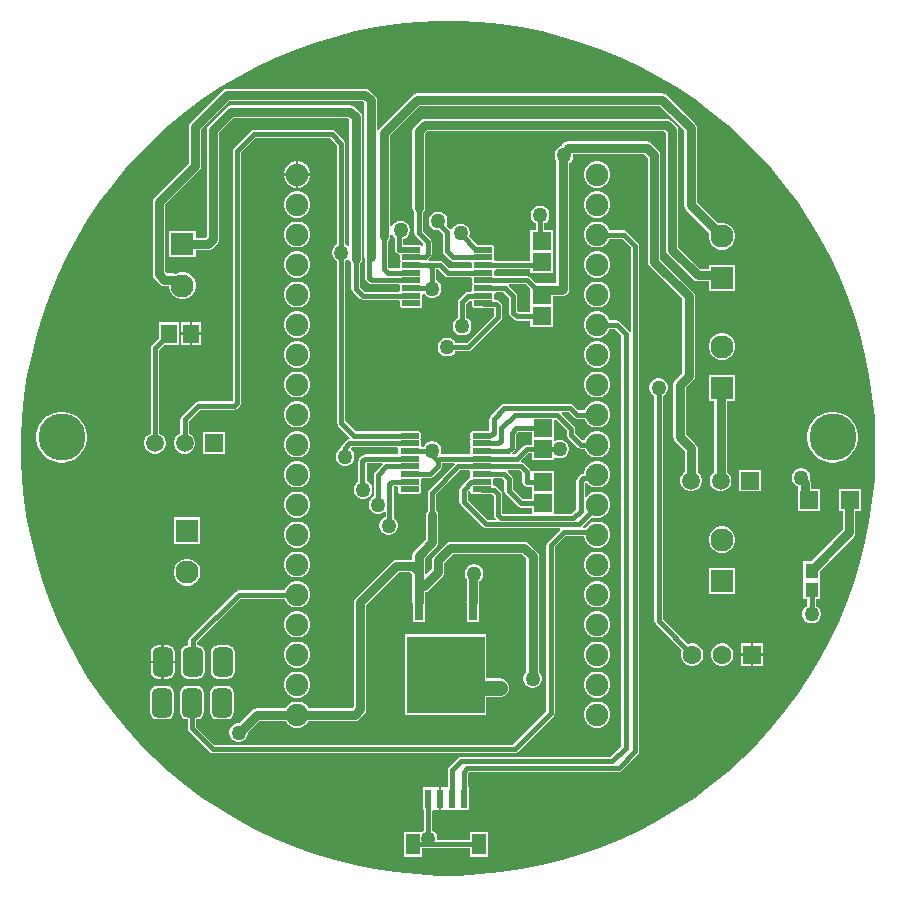
<source format=gtl>
G04*
G04 #@! TF.GenerationSoftware,Altium Limited,Altium Designer,22.0.2 (36)*
G04*
G04 Layer_Physical_Order=1*
G04 Layer_Color=255*
%FSLAX23Y23*%
%MOIN*%
G70*
G04*
G04 #@! TF.SameCoordinates,F56BB060-458F-4204-93A6-019121B336C4*
G04*
G04*
G04 #@! TF.FilePolarity,Positive*
G04*
G01*
G75*
%ADD18R,0.059X0.059*%
%ADD19R,0.044X0.049*%
G04:AMPARAMS|DCode=20|XSize=18mil|YSize=63mil|CornerRadius=2mil|HoleSize=0mil|Usage=FLASHONLY|Rotation=90.000|XOffset=0mil|YOffset=0mil|HoleType=Round|Shape=RoundedRectangle|*
%AMROUNDEDRECTD20*
21,1,0.018,0.059,0,0,90.0*
21,1,0.014,0.063,0,0,90.0*
1,1,0.004,0.030,0.007*
1,1,0.004,0.030,-0.007*
1,1,0.004,-0.030,-0.007*
1,1,0.004,-0.030,0.007*
%
%ADD20ROUNDEDRECTD20*%
%ADD21R,0.055X0.061*%
%ADD22R,0.028X0.120*%
%ADD23R,0.260X0.257*%
%ADD24R,0.061X0.059*%
%ADD25R,0.061X0.061*%
%ADD26R,0.024X0.061*%
%ADD27R,0.047X0.071*%
%ADD44C,0.015*%
%ADD45C,0.030*%
%ADD46C,0.050*%
%ADD47C,0.059*%
%ADD48C,0.077*%
%ADD49R,0.077X0.077*%
G04:AMPARAMS|DCode=50|XSize=67mil|YSize=98mil|CornerRadius=17mil|HoleSize=0mil|Usage=FLASHONLY|Rotation=180.000|XOffset=0mil|YOffset=0mil|HoleType=Round|Shape=RoundedRectangle|*
%AMROUNDEDRECTD50*
21,1,0.067,0.065,0,0,180.0*
21,1,0.033,0.098,0,0,180.0*
1,1,0.033,-0.017,0.032*
1,1,0.033,0.017,0.032*
1,1,0.033,0.017,-0.032*
1,1,0.033,-0.017,-0.032*
%
%ADD50ROUNDEDRECTD50*%
%ADD51R,0.063X0.063*%
%ADD52C,0.063*%
%ADD53C,0.157*%
%ADD54C,0.075*%
%ADD55C,0.050*%
G36*
X2624Y3303D02*
X2694Y3296D01*
X2763Y3286D01*
X2832Y3272D01*
X2899Y3255D01*
X2966Y3235D01*
X3032Y3211D01*
X3097Y3184D01*
X3160Y3154D01*
X3222Y3121D01*
X3282Y3086D01*
X3340Y3047D01*
X3396Y3005D01*
X3450Y2961D01*
X3502Y2914D01*
X3551Y2864D01*
X3598Y2812D01*
X3642Y2758D01*
X3684Y2702D01*
X3723Y2644D01*
X3759Y2584D01*
X3792Y2523D01*
X3822Y2459D01*
X3848Y2395D01*
X3872Y2329D01*
X3892Y2262D01*
X3909Y2194D01*
X3923Y2126D01*
X3933Y2057D01*
X3940Y1987D01*
X3943Y1917D01*
Y1882D01*
Y1847D01*
X3940Y1777D01*
X3933Y1708D01*
X3923Y1639D01*
X3909Y1570D01*
X3892Y1502D01*
X3872Y1435D01*
X3848Y1370D01*
X3822Y1305D01*
X3792Y1242D01*
X3759Y1180D01*
X3723Y1120D01*
X3684Y1062D01*
X3642Y1006D01*
X3598Y952D01*
X3551Y900D01*
X3502Y851D01*
X3450Y804D01*
X3396Y759D01*
X3340Y718D01*
X3282Y679D01*
X3222Y643D01*
X3160Y610D01*
X3097Y580D01*
X3032Y553D01*
X2966Y530D01*
X2899Y509D01*
X2832Y492D01*
X2763Y479D01*
X2694Y469D01*
X2624Y462D01*
X2554Y458D01*
X2485D01*
X2415Y462D01*
X2345Y469D01*
X2276Y479D01*
X2207Y492D01*
X2140Y509D01*
X2073Y530D01*
X2007Y553D01*
X1942Y580D01*
X1879Y610D01*
X1817Y643D01*
X1757Y679D01*
X1699Y718D01*
X1643Y759D01*
X1589Y804D01*
X1537Y851D01*
X1488Y900D01*
X1441Y952D01*
X1397Y1006D01*
X1355Y1062D01*
X1316Y1120D01*
X1280Y1180D01*
X1247Y1242D01*
X1217Y1305D01*
X1191Y1370D01*
X1167Y1435D01*
X1147Y1502D01*
X1130Y1570D01*
X1116Y1639D01*
X1106Y1708D01*
X1099Y1777D01*
X1096Y1847D01*
Y1882D01*
Y1917D01*
X1099Y1987D01*
X1106Y2057D01*
X1116Y2126D01*
X1130Y2194D01*
X1147Y2262D01*
X1167Y2329D01*
X1191Y2395D01*
X1217Y2459D01*
X1247Y2523D01*
X1280Y2584D01*
X1316Y2644D01*
X1355Y2702D01*
X1397Y2758D01*
X1441Y2812D01*
X1488Y2864D01*
X1537Y2914D01*
X1589Y2961D01*
X1643Y3005D01*
X1699Y3047D01*
X1757Y3086D01*
X1817Y3121D01*
X1879Y3154D01*
X1942Y3184D01*
X2007Y3211D01*
X2073Y3235D01*
X2140Y3255D01*
X2207Y3272D01*
X2276Y3286D01*
X2345Y3296D01*
X2415Y3303D01*
X2485Y3306D01*
X2554D01*
X2624Y3303D01*
D02*
G37*
%LPC*%
G36*
X2021Y2839D02*
X2019D01*
Y2799D01*
X2059D01*
Y2801D01*
X2056Y2812D01*
X2050Y2822D01*
X2042Y2830D01*
X2032Y2836D01*
X2021Y2839D01*
D02*
G37*
G36*
X2011D02*
X2009D01*
X1998Y2836D01*
X1988Y2830D01*
X1980Y2822D01*
X1974Y2812D01*
X1972Y2801D01*
Y2799D01*
X2011D01*
Y2839D01*
D02*
G37*
G36*
X3021D02*
X3009D01*
X2998Y2836D01*
X2988Y2830D01*
X2980Y2822D01*
X2974Y2812D01*
X2971Y2801D01*
Y2789D01*
X2974Y2778D01*
X2980Y2768D01*
X2988Y2760D01*
X2998Y2754D01*
X3009Y2751D01*
X3021D01*
X3032Y2754D01*
X3042Y2760D01*
X3050Y2768D01*
X3056Y2778D01*
X3059Y2789D01*
Y2801D01*
X3056Y2812D01*
X3050Y2822D01*
X3042Y2830D01*
X3032Y2836D01*
X3021Y2839D01*
D02*
G37*
G36*
X2059Y2791D02*
X2019D01*
Y2751D01*
X2021D01*
X2032Y2754D01*
X2042Y2760D01*
X2050Y2768D01*
X2056Y2778D01*
X2059Y2789D01*
Y2791D01*
D02*
G37*
G36*
X2011D02*
X1972D01*
Y2789D01*
X1974Y2778D01*
X1980Y2768D01*
X1988Y2760D01*
X1998Y2754D01*
X2009Y2751D01*
X2011D01*
Y2791D01*
D02*
G37*
G36*
X3021Y2739D02*
X3009D01*
X2998Y2736D01*
X2988Y2730D01*
X2980Y2722D01*
X2974Y2712D01*
X2971Y2701D01*
Y2689D01*
X2974Y2678D01*
X2980Y2668D01*
X2988Y2660D01*
X2998Y2654D01*
X3009Y2651D01*
X3021D01*
X3032Y2654D01*
X3042Y2660D01*
X3050Y2668D01*
X3056Y2678D01*
X3059Y2689D01*
Y2701D01*
X3056Y2712D01*
X3050Y2722D01*
X3042Y2730D01*
X3032Y2736D01*
X3021Y2739D01*
D02*
G37*
G36*
X2021D02*
X2009D01*
X1998Y2736D01*
X1988Y2730D01*
X1980Y2722D01*
X1974Y2712D01*
X1972Y2701D01*
Y2689D01*
X1974Y2678D01*
X1980Y2668D01*
X1988Y2660D01*
X1998Y2654D01*
X2009Y2651D01*
X2021D01*
X2032Y2654D01*
X2042Y2660D01*
X2050Y2668D01*
X2056Y2678D01*
X2059Y2689D01*
Y2701D01*
X2056Y2712D01*
X2050Y2722D01*
X2042Y2730D01*
X2032Y2736D01*
X2021Y2739D01*
D02*
G37*
G36*
Y2638D02*
X2009D01*
X1998Y2636D01*
X1988Y2630D01*
X1980Y2622D01*
X1974Y2612D01*
X1972Y2601D01*
Y2589D01*
X1974Y2578D01*
X1980Y2568D01*
X1988Y2560D01*
X1998Y2554D01*
X2009Y2552D01*
X2021D01*
X2032Y2554D01*
X2042Y2560D01*
X2050Y2568D01*
X2056Y2578D01*
X2059Y2589D01*
Y2601D01*
X2056Y2612D01*
X2050Y2622D01*
X2042Y2630D01*
X2032Y2636D01*
X2021Y2638D01*
D02*
G37*
G36*
X3021Y2539D02*
X3009D01*
X2998Y2536D01*
X2988Y2530D01*
X2980Y2522D01*
X2974Y2512D01*
X2971Y2501D01*
Y2489D01*
X2974Y2478D01*
X2980Y2468D01*
X2988Y2460D01*
X2998Y2454D01*
X3009Y2451D01*
X3021D01*
X3032Y2454D01*
X3042Y2460D01*
X3050Y2468D01*
X3056Y2478D01*
X3059Y2489D01*
Y2501D01*
X3056Y2512D01*
X3050Y2522D01*
X3042Y2530D01*
X3032Y2536D01*
X3021Y2539D01*
D02*
G37*
G36*
X2021D02*
X2009D01*
X1998Y2536D01*
X1988Y2530D01*
X1980Y2522D01*
X1974Y2512D01*
X1972Y2501D01*
Y2489D01*
X1974Y2478D01*
X1980Y2468D01*
X1988Y2460D01*
X1998Y2454D01*
X2009Y2451D01*
X2021D01*
X2032Y2454D01*
X2042Y2460D01*
X2050Y2468D01*
X2056Y2478D01*
X2059Y2489D01*
Y2501D01*
X2056Y2512D01*
X2050Y2522D01*
X2042Y2530D01*
X2032Y2536D01*
X2021Y2539D01*
D02*
G37*
G36*
X2242Y3081D02*
X1780D01*
X1772Y3080D01*
X1765Y3075D01*
X1660Y2970D01*
X1655Y2963D01*
X1654Y2955D01*
Y2834D01*
X1540Y2720D01*
X1535Y2713D01*
X1534Y2705D01*
Y2463D01*
X1535Y2454D01*
X1540Y2447D01*
X1557Y2430D01*
X1564Y2425D01*
X1573Y2424D01*
X1589D01*
Y2420D01*
X1592Y2408D01*
X1598Y2398D01*
X1606Y2390D01*
X1616Y2384D01*
X1627Y2381D01*
X1639D01*
X1650Y2384D01*
X1660Y2390D01*
X1669Y2398D01*
X1675Y2408D01*
X1678Y2420D01*
Y2431D01*
X1675Y2442D01*
X1669Y2453D01*
X1660Y2461D01*
X1650Y2467D01*
X1639Y2470D01*
X1627D01*
X1616Y2467D01*
X1611Y2464D01*
X1609Y2465D01*
X1601Y2466D01*
X1581D01*
X1576Y2471D01*
Y2696D01*
X1690Y2810D01*
X1695Y2817D01*
X1696Y2825D01*
Y2946D01*
X1789Y3039D01*
X2234D01*
X2239Y3034D01*
Y2520D01*
X2240Y2512D01*
X2241Y2510D01*
Y2451D01*
X2242Y2446D01*
X2245Y2441D01*
X2254Y2433D01*
X2259Y2430D01*
X2264Y2429D01*
X2354D01*
X2357Y2424D01*
Y2410D01*
X2354Y2405D01*
X2239D01*
X2235Y2410D01*
X2235Y2410D01*
X2224Y2421D01*
Y2499D01*
X2225Y2500D01*
X2230Y2507D01*
X2231Y2515D01*
Y2987D01*
X2230Y2996D01*
X2225Y3003D01*
X2208Y3020D01*
X2201Y3025D01*
X2192Y3026D01*
X1795D01*
X1787Y3025D01*
X1780Y3020D01*
X1720Y2960D01*
X1715Y2953D01*
X1714Y2945D01*
Y2590D01*
X1709Y2585D01*
X1678D01*
Y2608D01*
X1589D01*
Y2519D01*
X1678D01*
Y2542D01*
X1717D01*
X1726Y2543D01*
X1733Y2548D01*
X1750Y2566D01*
X1755Y2573D01*
X1756Y2581D01*
Y2936D01*
X1804Y2984D01*
X2184D01*
X2189Y2979D01*
Y2560D01*
X2184Y2558D01*
X2182Y2560D01*
X2176Y2563D01*
Y2897D01*
X2176Y2898D01*
X2175Y2903D01*
X2172Y2907D01*
X2140Y2940D01*
X2135Y2943D01*
X2130Y2944D01*
X1870D01*
X1865Y2943D01*
X1860Y2940D01*
X1860Y2940D01*
X1805Y2885D01*
X1802Y2880D01*
X1801Y2875D01*
Y2039D01*
X1801Y2039D01*
X1685D01*
X1680Y2038D01*
X1675Y2035D01*
X1630Y1990D01*
X1627Y1985D01*
X1626Y1980D01*
Y1933D01*
X1618Y1928D01*
X1612Y1922D01*
X1607Y1914D01*
X1604Y1905D01*
Y1895D01*
X1607Y1886D01*
X1612Y1878D01*
X1618Y1872D01*
X1626Y1867D01*
X1635Y1864D01*
X1645D01*
X1654Y1867D01*
X1662Y1872D01*
X1668Y1878D01*
X1673Y1886D01*
X1676Y1895D01*
Y1905D01*
X1673Y1914D01*
X1668Y1922D01*
X1662Y1928D01*
X1654Y1933D01*
Y1974D01*
X1691Y2011D01*
X1806D01*
X1811Y2012D01*
X1816Y2015D01*
X1825Y2024D01*
X1828Y2029D01*
X1829Y2034D01*
Y2869D01*
X1876Y2916D01*
X2124D01*
X2149Y2892D01*
Y2563D01*
X2143Y2560D01*
X2138Y2554D01*
X2134Y2547D01*
X2132Y2539D01*
Y2531D01*
X2134Y2523D01*
X2138Y2516D01*
X2143Y2510D01*
X2149Y2507D01*
Y1967D01*
X2150Y1962D01*
X2153Y1958D01*
X2192Y1918D01*
X2190Y1913D01*
X2189D01*
X2184Y1912D01*
X2180Y1909D01*
X2165Y1895D01*
X2162Y1890D01*
X2161Y1885D01*
Y1883D01*
X2156Y1880D01*
X2150Y1874D01*
X2146Y1867D01*
X2144Y1859D01*
Y1851D01*
X2146Y1843D01*
X2150Y1836D01*
X2156Y1830D01*
X2163Y1826D01*
X2171Y1824D01*
X2179D01*
X2187Y1826D01*
X2194Y1830D01*
X2200Y1836D01*
X2204Y1843D01*
X2206Y1851D01*
Y1859D01*
X2204Y1867D01*
X2200Y1874D01*
X2194Y1880D01*
X2194Y1881D01*
X2198Y1886D01*
X2349D01*
X2352Y1881D01*
Y1867D01*
X2349Y1862D01*
X2242D01*
X2237Y1861D01*
X2232Y1858D01*
X2223Y1849D01*
X2220Y1845D01*
X2219Y1839D01*
Y1772D01*
X2216Y1770D01*
X2210Y1764D01*
X2206Y1757D01*
X2204Y1749D01*
Y1741D01*
X2206Y1733D01*
X2210Y1726D01*
X2216Y1720D01*
X2223Y1716D01*
X2231Y1714D01*
X2239D01*
X2247Y1716D01*
X2254Y1720D01*
X2260Y1726D01*
X2264Y1733D01*
X2266Y1741D01*
Y1749D01*
X2264Y1757D01*
X2260Y1764D01*
X2254Y1770D01*
X2247Y1774D01*
X2247Y1774D01*
Y1834D01*
X2247Y1834D01*
X2298D01*
X2300Y1829D01*
X2275Y1805D01*
X2272Y1800D01*
X2271Y1795D01*
Y1723D01*
X2266Y1720D01*
X2260Y1714D01*
X2256Y1707D01*
X2254Y1699D01*
Y1691D01*
X2256Y1683D01*
X2260Y1676D01*
X2266Y1670D01*
X2273Y1666D01*
X2281Y1664D01*
X2289D01*
X2297Y1666D01*
X2304Y1670D01*
X2305Y1671D01*
X2310Y1669D01*
Y1654D01*
X2308Y1654D01*
X2301Y1650D01*
X2295Y1644D01*
X2291Y1637D01*
X2289Y1629D01*
Y1621D01*
X2291Y1613D01*
X2295Y1606D01*
X2301Y1600D01*
X2308Y1596D01*
X2316Y1594D01*
X2324D01*
X2332Y1596D01*
X2339Y1600D01*
X2345Y1606D01*
X2349Y1613D01*
X2351Y1621D01*
Y1629D01*
X2349Y1637D01*
X2345Y1644D01*
X2339Y1650D01*
X2337Y1651D01*
Y1757D01*
X2338Y1758D01*
X2349D01*
X2352Y1753D01*
Y1739D01*
X2353Y1736D01*
X2355Y1733D01*
X2357Y1731D01*
X2360Y1731D01*
X2420D01*
X2423Y1731D01*
X2425Y1733D01*
X2427Y1736D01*
X2428Y1739D01*
Y1753D01*
X2427Y1756D01*
X2425Y1759D01*
X2427Y1761D01*
X2428Y1765D01*
Y1778D01*
X2431Y1783D01*
X2457D01*
X2462Y1784D01*
X2467Y1787D01*
X2495Y1815D01*
X2498Y1820D01*
X2499Y1825D01*
Y1834D01*
X2538D01*
X2540Y1829D01*
X2455Y1745D01*
X2452Y1740D01*
X2451Y1735D01*
Y1676D01*
X2450Y1675D01*
X2445Y1668D01*
X2444Y1660D01*
Y1579D01*
X2405Y1540D01*
X2400Y1533D01*
X2399Y1525D01*
Y1511D01*
X2345D01*
X2337Y1510D01*
X2330Y1505D01*
X2210Y1385D01*
X2205Y1378D01*
X2204Y1370D01*
Y1021D01*
X2199Y1016D01*
X2053D01*
X2050Y1022D01*
X2042Y1030D01*
X2032Y1036D01*
X2021Y1038D01*
X2009D01*
X1998Y1036D01*
X1988Y1030D01*
X1980Y1022D01*
X1977Y1016D01*
X1880D01*
X1872Y1015D01*
X1865Y1010D01*
X1821Y966D01*
X1816D01*
X1808Y964D01*
X1801Y960D01*
X1795Y954D01*
X1791Y947D01*
X1789Y939D01*
Y931D01*
X1791Y923D01*
X1795Y916D01*
X1801Y910D01*
X1808Y906D01*
X1816Y904D01*
X1824D01*
X1832Y906D01*
X1839Y910D01*
X1845Y916D01*
X1849Y923D01*
X1851Y931D01*
Y936D01*
X1889Y974D01*
X1977D01*
X1980Y968D01*
X1988Y960D01*
X1998Y954D01*
X2009Y951D01*
X2021D01*
X2032Y954D01*
X2042Y960D01*
X2050Y968D01*
X2053Y974D01*
X2207D01*
X2216Y975D01*
X2223Y980D01*
X2240Y997D01*
X2245Y1004D01*
X2246Y1013D01*
Y1361D01*
X2354Y1469D01*
X2391D01*
X2399Y1461D01*
Y1414D01*
Y1370D01*
X2400Y1363D01*
Y1304D01*
X2440D01*
Y1363D01*
X2441Y1370D01*
Y1404D01*
X2447Y1405D01*
X2454Y1410D01*
X2500Y1456D01*
X2505Y1463D01*
X2506Y1471D01*
Y1501D01*
X2534Y1529D01*
X2764D01*
X2779Y1514D01*
Y1137D01*
X2775Y1134D01*
X2771Y1127D01*
X2769Y1119D01*
Y1111D01*
X2771Y1103D01*
X2775Y1096D01*
X2781Y1090D01*
X2788Y1086D01*
X2796Y1084D01*
X2804D01*
X2812Y1086D01*
X2819Y1090D01*
X2825Y1096D01*
X2829Y1103D01*
X2831Y1111D01*
Y1119D01*
X2829Y1127D01*
X2825Y1134D01*
X2821Y1137D01*
Y1522D01*
X2820Y1531D01*
X2815Y1538D01*
X2788Y1565D01*
X2781Y1570D01*
X2772Y1571D01*
X2525D01*
X2517Y1570D01*
X2510Y1565D01*
X2470Y1525D01*
X2465Y1518D01*
X2464Y1510D01*
Y1480D01*
X2446Y1463D01*
X2441Y1465D01*
Y1516D01*
X2480Y1555D01*
X2485Y1562D01*
X2486Y1570D01*
Y1660D01*
X2485Y1668D01*
X2480Y1675D01*
X2479Y1676D01*
Y1729D01*
X2558Y1809D01*
X2589D01*
X2593Y1804D01*
Y1790D01*
X2593Y1787D01*
X2592Y1784D01*
X2590Y1782D01*
X2586Y1780D01*
X2560Y1754D01*
X2557Y1749D01*
X2556Y1744D01*
Y1705D01*
X2557Y1700D01*
X2560Y1695D01*
X2635Y1620D01*
X2640Y1617D01*
X2645Y1616D01*
X2890D01*
X2892Y1611D01*
X2850Y1570D01*
X2847Y1565D01*
X2846Y1560D01*
Y1006D01*
X2734Y894D01*
X1739D01*
X1679Y954D01*
Y979D01*
X1682D01*
X1691Y981D01*
X1698Y986D01*
X1703Y994D01*
X1705Y1003D01*
Y1067D01*
X1703Y1076D01*
X1698Y1084D01*
X1691Y1089D01*
X1682Y1091D01*
X1648D01*
X1639Y1089D01*
X1632Y1084D01*
X1627Y1076D01*
X1625Y1067D01*
Y1003D01*
X1627Y994D01*
X1632Y986D01*
X1639Y981D01*
X1648Y979D01*
X1651D01*
Y949D01*
X1652Y944D01*
X1655Y939D01*
X1724Y870D01*
X1729Y867D01*
X1734Y866D01*
X2740D01*
X2745Y867D01*
X2750Y870D01*
X2870Y990D01*
X2873Y995D01*
X2874Y1000D01*
Y1554D01*
X2909Y1590D01*
X2971D01*
Y1589D01*
X2974Y1578D01*
X2980Y1568D01*
X2988Y1560D01*
X2998Y1554D01*
X3009Y1551D01*
X3021D01*
X3032Y1554D01*
X3042Y1560D01*
X3050Y1568D01*
X3056Y1578D01*
X3059Y1589D01*
Y1601D01*
X3056Y1612D01*
X3050Y1622D01*
X3042Y1630D01*
X3032Y1636D01*
X3021Y1638D01*
X3009D01*
X2998Y1636D01*
X2988Y1630D01*
X2980Y1622D01*
X2978Y1618D01*
X2969D01*
X2967Y1623D01*
X2999Y1654D01*
X3009Y1651D01*
X3021D01*
X3032Y1654D01*
X3042Y1660D01*
X3050Y1668D01*
X3056Y1678D01*
X3059Y1689D01*
Y1701D01*
X3056Y1712D01*
X3050Y1722D01*
X3042Y1730D01*
X3032Y1736D01*
X3021Y1738D01*
X3009D01*
X2998Y1736D01*
X2988Y1730D01*
X2980Y1722D01*
X2979Y1719D01*
X2974Y1721D01*
Y1769D01*
X2974Y1770D01*
X2979D01*
X2980Y1768D01*
X2988Y1760D01*
X2998Y1754D01*
X3009Y1752D01*
X3021D01*
X3032Y1754D01*
X3042Y1760D01*
X3050Y1768D01*
X3056Y1778D01*
X3059Y1789D01*
Y1801D01*
X3056Y1812D01*
X3050Y1822D01*
X3042Y1830D01*
X3032Y1836D01*
X3021Y1839D01*
X3009D01*
X2998Y1836D01*
X2988Y1830D01*
X2980Y1822D01*
X2974Y1812D01*
X2971Y1801D01*
Y1797D01*
X2969D01*
X2964Y1796D01*
X2959Y1793D01*
X2950Y1784D01*
X2947Y1780D01*
X2946Y1775D01*
Y1681D01*
X2930Y1665D01*
X2872D01*
Y1735D01*
Y1808D01*
X2798D01*
Y1807D01*
X2793Y1807D01*
X2793Y1811D01*
X2790Y1815D01*
X2772Y1832D01*
X2768Y1835D01*
X2763Y1836D01*
X2762Y1837D01*
X2761Y1841D01*
X2786Y1866D01*
X2798D01*
Y1844D01*
X2872D01*
Y1850D01*
X2876Y1852D01*
X2878Y1851D01*
X2886Y1849D01*
X2894D01*
X2902Y1851D01*
X2909Y1855D01*
X2915Y1861D01*
X2919Y1868D01*
X2921Y1876D01*
Y1884D01*
X2919Y1892D01*
X2915Y1899D01*
X2909Y1905D01*
X2902Y1909D01*
X2894Y1911D01*
X2886D01*
X2878Y1909D01*
X2876Y1908D01*
X2872Y1910D01*
Y1977D01*
X2877Y1979D01*
X2914Y1942D01*
Y1928D01*
X2915Y1922D01*
X2918Y1918D01*
X2945Y1890D01*
X2945Y1890D01*
X2950Y1885D01*
X2955Y1882D01*
X2960Y1881D01*
X2974D01*
X2974Y1878D01*
X2980Y1868D01*
X2988Y1860D01*
X2998Y1854D01*
X3009Y1852D01*
X3021D01*
X3032Y1854D01*
X3042Y1860D01*
X3050Y1868D01*
X3056Y1878D01*
X3059Y1889D01*
Y1901D01*
X3056Y1912D01*
X3050Y1922D01*
X3042Y1930D01*
X3032Y1936D01*
X3021Y1939D01*
X3009D01*
X2998Y1936D01*
X2988Y1930D01*
X2980Y1922D01*
X2974Y1912D01*
X2974Y1909D01*
X2966D01*
X2965Y1910D01*
X2965Y1910D01*
X2941Y1933D01*
Y1947D01*
X2940Y1953D01*
X2937Y1957D01*
X2937Y1957D01*
X2897Y1998D01*
X2899Y2002D01*
X2921D01*
X2938Y1985D01*
X2942Y1982D01*
X2947Y1981D01*
X2947Y1981D01*
X2974D01*
X2974Y1978D01*
X2980Y1968D01*
X2988Y1960D01*
X2998Y1954D01*
X3009Y1952D01*
X3021D01*
X3032Y1954D01*
X3042Y1960D01*
X3050Y1968D01*
X3056Y1978D01*
X3059Y1989D01*
Y2001D01*
X3056Y2012D01*
X3050Y2022D01*
X3042Y2030D01*
X3032Y2036D01*
X3021Y2039D01*
X3009D01*
X2998Y2036D01*
X2988Y2030D01*
X2980Y2022D01*
X2974Y2012D01*
X2974Y2009D01*
X2953D01*
X2936Y2026D01*
X2932Y2029D01*
X2926Y2030D01*
X2706D01*
X2701Y2029D01*
X2696Y2026D01*
X2660Y1990D01*
X2657Y1985D01*
X2656Y1980D01*
Y1941D01*
X2656Y1940D01*
X2632D01*
X2631Y1940D01*
X2601D01*
X2598Y1939D01*
X2595Y1938D01*
X2593Y1935D01*
X2593Y1932D01*
Y1918D01*
X2593Y1915D01*
X2595Y1912D01*
X2593Y1909D01*
X2593Y1906D01*
Y1893D01*
X2593Y1889D01*
X2595Y1887D01*
Y1886D01*
X2593Y1884D01*
X2593Y1881D01*
Y1867D01*
X2589Y1862D01*
X2499D01*
X2495Y1867D01*
X2496Y1871D01*
Y1879D01*
X2494Y1887D01*
X2490Y1894D01*
X2484Y1900D01*
X2477Y1904D01*
X2469Y1906D01*
X2461D01*
X2453Y1904D01*
X2446Y1900D01*
X2440Y1894D01*
X2436Y1888D01*
X2431D01*
X2428Y1893D01*
Y1906D01*
X2427Y1909D01*
X2425Y1912D01*
X2427Y1915D01*
X2428Y1918D01*
Y1932D01*
X2427Y1935D01*
X2425Y1938D01*
X2423Y1939D01*
X2420Y1940D01*
X2360D01*
X2357Y1939D01*
X2356Y1939D01*
X2211D01*
X2176Y1973D01*
Y2507D01*
X2182Y2510D01*
X2184Y2513D01*
X2189Y2511D01*
X2190Y2507D01*
X2195Y2500D01*
X2196Y2499D01*
Y2415D01*
X2197Y2410D01*
X2200Y2405D01*
X2215Y2390D01*
X2215Y2390D01*
X2224Y2381D01*
X2224Y2381D01*
X2229Y2379D01*
X2234Y2377D01*
X2354D01*
X2357Y2373D01*
Y2359D01*
X2358Y2356D01*
X2360Y2353D01*
X2362Y2351D01*
X2365Y2351D01*
X2425D01*
X2428Y2351D01*
X2430Y2353D01*
X2432Y2356D01*
X2433Y2359D01*
Y2373D01*
X2432Y2376D01*
X2430Y2378D01*
X2432Y2381D01*
X2433Y2384D01*
Y2393D01*
X2438Y2398D01*
X2439Y2398D01*
X2440Y2396D01*
X2446Y2390D01*
X2453Y2386D01*
X2461Y2384D01*
X2469D01*
X2477Y2386D01*
X2484Y2390D01*
X2490Y2396D01*
X2494Y2403D01*
X2496Y2411D01*
Y2419D01*
X2494Y2427D01*
X2490Y2434D01*
X2484Y2440D01*
X2479Y2443D01*
Y2480D01*
X2486D01*
X2500Y2465D01*
X2500Y2465D01*
X2507Y2458D01*
X2512Y2455D01*
X2517Y2454D01*
X2517Y2454D01*
X2594D01*
X2598Y2449D01*
Y2435D01*
X2598Y2432D01*
X2600Y2430D01*
Y2429D01*
X2598Y2427D01*
X2598Y2424D01*
Y2410D01*
X2594Y2405D01*
X2586D01*
X2586Y2405D01*
X2581Y2404D01*
X2576Y2401D01*
X2576Y2401D01*
X2555Y2380D01*
X2552Y2375D01*
X2551Y2370D01*
Y2318D01*
X2546Y2315D01*
X2540Y2309D01*
X2536Y2302D01*
X2534Y2294D01*
Y2286D01*
X2536Y2278D01*
X2540Y2271D01*
X2546Y2265D01*
X2553Y2261D01*
X2561Y2259D01*
X2569D01*
X2577Y2261D01*
X2584Y2265D01*
X2590Y2271D01*
X2594Y2278D01*
X2596Y2286D01*
Y2294D01*
X2594Y2302D01*
X2590Y2309D01*
X2584Y2315D01*
X2579Y2318D01*
Y2364D01*
X2590Y2375D01*
X2596Y2375D01*
X2598Y2373D01*
Y2359D01*
X2598Y2356D01*
X2600Y2353D01*
X2603Y2351D01*
X2606Y2351D01*
X2636D01*
X2637Y2351D01*
X2671D01*
Y2324D01*
X2581Y2234D01*
X2543D01*
X2540Y2239D01*
X2534Y2245D01*
X2527Y2249D01*
X2519Y2251D01*
X2511D01*
X2503Y2249D01*
X2496Y2245D01*
X2490Y2239D01*
X2486Y2232D01*
X2484Y2224D01*
Y2216D01*
X2486Y2208D01*
X2490Y2201D01*
X2496Y2195D01*
X2503Y2191D01*
X2511Y2189D01*
X2519D01*
X2527Y2191D01*
X2534Y2195D01*
X2540Y2201D01*
X2543Y2206D01*
X2586D01*
X2591Y2207D01*
X2596Y2210D01*
X2695Y2309D01*
X2695Y2309D01*
X2698Y2314D01*
X2699Y2319D01*
Y2356D01*
X2698Y2361D01*
X2695Y2366D01*
X2695Y2366D01*
X2687Y2374D01*
X2682Y2377D01*
X2677Y2378D01*
X2676D01*
X2675Y2379D01*
X2673Y2383D01*
X2673Y2384D01*
Y2398D01*
X2677Y2403D01*
X2702D01*
X2721Y2384D01*
Y2335D01*
X2722Y2330D01*
X2725Y2325D01*
X2738Y2312D01*
X2743Y2309D01*
X2748Y2308D01*
X2793D01*
Y2286D01*
X2867D01*
Y2358D01*
Y2389D01*
X2898D01*
X2906Y2391D01*
X2913Y2395D01*
X2915Y2397D01*
X2920Y2404D01*
X2921Y2413D01*
Y2834D01*
X2924Y2835D01*
X2930Y2841D01*
X2934Y2848D01*
X2936Y2856D01*
Y2864D01*
X3171D01*
X3184Y2851D01*
Y2505D01*
X3185Y2497D01*
X3190Y2490D01*
X3299Y2381D01*
Y2134D01*
X3275Y2110D01*
X3270Y2103D01*
X3269Y2095D01*
Y1920D01*
X3270Y1912D01*
X3275Y1905D01*
X3307Y1873D01*
Y1804D01*
X3306Y1803D01*
X3300Y1797D01*
X3295Y1789D01*
X3293Y1780D01*
Y1770D01*
X3295Y1761D01*
X3300Y1753D01*
X3306Y1747D01*
X3314Y1742D01*
X3323Y1739D01*
X3333D01*
X3342Y1742D01*
X3350Y1747D01*
X3357Y1753D01*
X3361Y1761D01*
X3364Y1770D01*
Y1780D01*
X3361Y1789D01*
X3357Y1797D01*
X3350Y1803D01*
X3350Y1804D01*
Y1882D01*
X3348Y1890D01*
X3343Y1897D01*
X3311Y1929D01*
Y2086D01*
X3335Y2110D01*
X3340Y2117D01*
X3341Y2125D01*
Y2390D01*
X3340Y2398D01*
X3335Y2405D01*
X3226Y2514D01*
Y2860D01*
X3225Y2868D01*
X3220Y2875D01*
X3195Y2900D01*
X3188Y2905D01*
X3180Y2906D01*
X2918D01*
X2909Y2905D01*
X2902Y2900D01*
X2898Y2893D01*
X2897Y2890D01*
X2893Y2889D01*
X2886Y2885D01*
X2880Y2879D01*
X2876Y2872D01*
X2874Y2864D01*
Y2856D01*
X2876Y2848D01*
X2879Y2844D01*
Y2432D01*
X2846D01*
X2843Y2432D01*
X2813D01*
X2792Y2452D01*
X2788Y2455D01*
X2783Y2456D01*
X2677D01*
X2673Y2461D01*
Y2475D01*
X2677Y2480D01*
X2793D01*
Y2468D01*
X2867D01*
Y2538D01*
Y2610D01*
X2839D01*
Y2632D01*
X2844Y2635D01*
X2850Y2641D01*
X2854Y2648D01*
X2856Y2656D01*
Y2664D01*
X2854Y2672D01*
X2850Y2679D01*
X2844Y2685D01*
X2837Y2689D01*
X2829Y2691D01*
X2821D01*
X2813Y2689D01*
X2806Y2685D01*
X2800Y2679D01*
X2796Y2672D01*
X2794Y2664D01*
Y2656D01*
X2796Y2648D01*
X2800Y2641D01*
X2806Y2635D01*
X2811Y2632D01*
Y2610D01*
X2793D01*
Y2538D01*
Y2507D01*
X2677D01*
X2673Y2512D01*
Y2526D01*
X2672Y2529D01*
X2671Y2532D01*
X2672Y2535D01*
X2673Y2538D01*
Y2552D01*
X2672Y2555D01*
X2670Y2557D01*
X2668Y2559D01*
X2665Y2560D01*
X2617D01*
X2589Y2588D01*
X2589Y2588D01*
X2591Y2596D01*
Y2604D01*
X2589Y2612D01*
X2585Y2619D01*
X2579Y2625D01*
X2572Y2629D01*
X2564Y2631D01*
X2556D01*
X2548Y2629D01*
X2541Y2625D01*
X2535Y2619D01*
X2531Y2612D01*
X2526Y2611D01*
X2525Y2613D01*
X2512Y2625D01*
X2514Y2628D01*
X2516Y2636D01*
Y2644D01*
X2514Y2652D01*
X2510Y2659D01*
X2504Y2665D01*
X2497Y2669D01*
X2489Y2671D01*
X2481D01*
X2473Y2669D01*
X2466Y2665D01*
X2460Y2659D01*
X2456Y2652D01*
X2454Y2644D01*
Y2636D01*
X2456Y2628D01*
X2460Y2621D01*
X2466Y2615D01*
X2473Y2611D01*
X2481Y2609D01*
X2489D01*
X2489Y2609D01*
X2501Y2597D01*
Y2540D01*
X2502Y2535D01*
X2505Y2530D01*
X2526Y2509D01*
X2531Y2506D01*
X2536Y2505D01*
X2594D01*
X2598Y2500D01*
Y2487D01*
X2594Y2482D01*
X2523D01*
X2520Y2485D01*
X2520Y2485D01*
X2501Y2503D01*
X2497Y2506D01*
X2491Y2507D01*
X2454D01*
X2452Y2512D01*
X2460Y2520D01*
X2460Y2520D01*
X2463Y2525D01*
X2464Y2530D01*
Y2570D01*
X2463Y2575D01*
X2460Y2580D01*
X2434Y2606D01*
Y2669D01*
X2435Y2670D01*
X2440Y2677D01*
X2441Y2685D01*
Y2931D01*
X2449Y2939D01*
X3239D01*
X3244Y2934D01*
Y2545D01*
X3245Y2537D01*
X3250Y2530D01*
X3335Y2445D01*
X3342Y2440D01*
X3350Y2439D01*
X3387D01*
Y2407D01*
X3476D01*
Y2495D01*
X3387D01*
Y2481D01*
X3359D01*
X3286Y2554D01*
Y2942D01*
X3285Y2951D01*
X3280Y2958D01*
X3263Y2975D01*
X3256Y2980D01*
X3247Y2981D01*
X2440D01*
X2432Y2980D01*
X2425Y2975D01*
X2405Y2955D01*
X2400Y2948D01*
X2399Y2940D01*
Y2685D01*
X2400Y2677D01*
X2405Y2670D01*
X2406Y2669D01*
Y2600D01*
X2407Y2595D01*
X2410Y2590D01*
X2436Y2564D01*
Y2557D01*
X2431Y2556D01*
X2430Y2557D01*
X2428Y2559D01*
X2425Y2560D01*
X2369D01*
Y2580D01*
X2372Y2581D01*
X2379Y2585D01*
X2385Y2591D01*
X2389Y2598D01*
X2391Y2606D01*
Y2614D01*
X2389Y2622D01*
X2385Y2629D01*
X2379Y2635D01*
X2372Y2639D01*
X2364Y2641D01*
X2356D01*
X2348Y2639D01*
X2341Y2635D01*
X2335Y2629D01*
X2334Y2627D01*
X2327Y2625D01*
X2326Y2625D01*
Y2926D01*
X2424Y3024D01*
X3224D01*
X3306Y2941D01*
Y2693D01*
X3308Y2685D01*
X3313Y2678D01*
X3389Y2601D01*
X3387Y2595D01*
Y2583D01*
X3390Y2572D01*
X3396Y2562D01*
X3405Y2553D01*
X3415Y2548D01*
X3426Y2545D01*
X3438D01*
X3449Y2548D01*
X3459Y2553D01*
X3467Y2562D01*
X3473Y2572D01*
X3476Y2583D01*
Y2595D01*
X3473Y2606D01*
X3467Y2616D01*
X3459Y2624D01*
X3449Y2630D01*
X3438Y2633D01*
X3426D01*
X3419Y2632D01*
X3349Y2702D01*
Y2950D01*
X3347Y2958D01*
X3343Y2965D01*
X3248Y3060D01*
X3241Y3065D01*
X3232Y3066D01*
X2415D01*
X2407Y3065D01*
X2400Y3060D01*
X2290Y2950D01*
X2286Y2945D01*
X2281Y2946D01*
Y3042D01*
X2280Y3051D01*
X2275Y3058D01*
X2258Y3075D01*
X2251Y3080D01*
X2242Y3081D01*
D02*
G37*
G36*
X3021Y2438D02*
X3009D01*
X2998Y2436D01*
X2988Y2430D01*
X2980Y2422D01*
X2974Y2412D01*
X2971Y2401D01*
Y2389D01*
X2974Y2378D01*
X2980Y2368D01*
X2988Y2360D01*
X2998Y2354D01*
X3009Y2352D01*
X3021D01*
X3032Y2354D01*
X3042Y2360D01*
X3050Y2368D01*
X3056Y2378D01*
X3059Y2389D01*
Y2401D01*
X3056Y2412D01*
X3050Y2422D01*
X3042Y2430D01*
X3032Y2436D01*
X3021Y2438D01*
D02*
G37*
G36*
X2021D02*
X2009D01*
X1998Y2436D01*
X1988Y2430D01*
X1980Y2422D01*
X1974Y2412D01*
X1972Y2401D01*
Y2389D01*
X1974Y2378D01*
X1980Y2368D01*
X1988Y2360D01*
X1998Y2354D01*
X2009Y2352D01*
X2021D01*
X2032Y2354D01*
X2042Y2360D01*
X2050Y2368D01*
X2056Y2378D01*
X2059Y2389D01*
Y2401D01*
X2056Y2412D01*
X2050Y2422D01*
X2042Y2430D01*
X2032Y2436D01*
X2021Y2438D01*
D02*
G37*
G36*
X1696Y2302D02*
X1666D01*
Y2269D01*
X1696D01*
Y2302D01*
D02*
G37*
G36*
X1658D02*
X1629D01*
Y2269D01*
X1658D01*
Y2302D01*
D02*
G37*
G36*
X3021Y2638D02*
X3009D01*
X2998Y2636D01*
X2988Y2630D01*
X2980Y2622D01*
X2974Y2612D01*
X2971Y2601D01*
Y2589D01*
X2974Y2578D01*
X2980Y2568D01*
X2988Y2560D01*
X2998Y2554D01*
X3009Y2552D01*
X3021D01*
X3032Y2554D01*
X3042Y2560D01*
X3050Y2568D01*
X3056Y2578D01*
X3056Y2581D01*
X3099D01*
X3128Y2552D01*
Y2269D01*
X3123Y2269D01*
X3123Y2270D01*
X3120Y2275D01*
X3090Y2305D01*
X3085Y2308D01*
X3080Y2309D01*
X3056D01*
X3056Y2312D01*
X3050Y2322D01*
X3042Y2330D01*
X3032Y2336D01*
X3021Y2339D01*
X3009D01*
X2998Y2336D01*
X2988Y2330D01*
X2980Y2322D01*
X2974Y2312D01*
X2971Y2301D01*
Y2289D01*
X2974Y2278D01*
X2980Y2268D01*
X2988Y2260D01*
X2998Y2254D01*
X3009Y2251D01*
X3021D01*
X3032Y2254D01*
X3042Y2260D01*
X3050Y2268D01*
X3056Y2278D01*
X3056Y2281D01*
X3074D01*
X3096Y2259D01*
Y891D01*
X3059Y854D01*
X2560D01*
X2555Y853D01*
X2550Y850D01*
X2521Y820D01*
X2518Y816D01*
X2517Y811D01*
Y755D01*
X2513Y752D01*
X2509D01*
X2508Y752D01*
X2495D01*
Y715D01*
Y678D01*
X2508D01*
X2509Y678D01*
X2513D01*
X2514Y678D01*
X2548D01*
Y678D01*
X2552D01*
Y678D01*
X2588D01*
Y752D01*
X2584D01*
Y799D01*
X2588Y804D01*
X3088D01*
X3093Y805D01*
X3097Y808D01*
X3152Y862D01*
X3155Y867D01*
X3156Y872D01*
Y2558D01*
X3156Y2558D01*
X3155Y2563D01*
X3152Y2568D01*
X3152Y2568D01*
X3115Y2605D01*
X3110Y2608D01*
X3105Y2609D01*
X3056D01*
X3056Y2612D01*
X3050Y2622D01*
X3042Y2630D01*
X3032Y2636D01*
X3021Y2638D01*
D02*
G37*
G36*
X2021Y2339D02*
X2009D01*
X1998Y2336D01*
X1988Y2330D01*
X1980Y2322D01*
X1974Y2312D01*
X1972Y2301D01*
Y2289D01*
X1974Y2278D01*
X1980Y2268D01*
X1988Y2260D01*
X1998Y2254D01*
X2009Y2251D01*
X2021D01*
X2032Y2254D01*
X2042Y2260D01*
X2050Y2268D01*
X2056Y2278D01*
X2059Y2289D01*
Y2301D01*
X2056Y2312D01*
X2050Y2322D01*
X2042Y2330D01*
X2032Y2336D01*
X2021Y2339D01*
D02*
G37*
G36*
X1696Y2261D02*
X1666D01*
Y2228D01*
X1696D01*
Y2261D01*
D02*
G37*
G36*
X1658D02*
X1629D01*
Y2228D01*
X1658D01*
Y2261D01*
D02*
G37*
G36*
X3438Y2266D02*
X3426D01*
X3415Y2263D01*
X3405Y2257D01*
X3396Y2249D01*
X3390Y2239D01*
X3387Y2227D01*
Y2216D01*
X3390Y2204D01*
X3396Y2194D01*
X3405Y2186D01*
X3415Y2180D01*
X3426Y2177D01*
X3438D01*
X3449Y2180D01*
X3459Y2186D01*
X3467Y2194D01*
X3473Y2204D01*
X3476Y2216D01*
Y2227D01*
X3473Y2239D01*
X3467Y2249D01*
X3459Y2257D01*
X3449Y2263D01*
X3438Y2266D01*
D02*
G37*
G36*
X3021Y2239D02*
X3009D01*
X2998Y2236D01*
X2988Y2230D01*
X2980Y2222D01*
X2974Y2212D01*
X2971Y2201D01*
Y2189D01*
X2974Y2178D01*
X2980Y2168D01*
X2988Y2160D01*
X2998Y2154D01*
X3009Y2151D01*
X3021D01*
X3032Y2154D01*
X3042Y2160D01*
X3050Y2168D01*
X3056Y2178D01*
X3059Y2189D01*
Y2201D01*
X3056Y2212D01*
X3050Y2222D01*
X3042Y2230D01*
X3032Y2236D01*
X3021Y2239D01*
D02*
G37*
G36*
X2021D02*
X2009D01*
X1998Y2236D01*
X1988Y2230D01*
X1980Y2222D01*
X1974Y2212D01*
X1972Y2201D01*
Y2189D01*
X1974Y2178D01*
X1980Y2168D01*
X1988Y2160D01*
X1998Y2154D01*
X2009Y2151D01*
X2021D01*
X2032Y2154D01*
X2042Y2160D01*
X2050Y2168D01*
X2056Y2178D01*
X2059Y2189D01*
Y2201D01*
X2056Y2212D01*
X2050Y2222D01*
X2042Y2230D01*
X2032Y2236D01*
X2021Y2239D01*
D02*
G37*
G36*
X3021Y2138D02*
X3009D01*
X2998Y2136D01*
X2988Y2130D01*
X2980Y2122D01*
X2974Y2112D01*
X2971Y2101D01*
Y2089D01*
X2974Y2078D01*
X2980Y2068D01*
X2988Y2060D01*
X2998Y2054D01*
X3009Y2052D01*
X3021D01*
X3032Y2054D01*
X3042Y2060D01*
X3050Y2068D01*
X3056Y2078D01*
X3059Y2089D01*
Y2101D01*
X3056Y2112D01*
X3050Y2122D01*
X3042Y2130D01*
X3032Y2136D01*
X3021Y2138D01*
D02*
G37*
G36*
X2021D02*
X2009D01*
X1998Y2136D01*
X1988Y2130D01*
X1980Y2122D01*
X1974Y2112D01*
X1972Y2101D01*
Y2089D01*
X1974Y2078D01*
X1980Y2068D01*
X1988Y2060D01*
X1998Y2054D01*
X2009Y2052D01*
X2021D01*
X2032Y2054D01*
X2042Y2060D01*
X2050Y2068D01*
X2056Y2078D01*
X2059Y2089D01*
Y2101D01*
X2056Y2112D01*
X2050Y2122D01*
X2042Y2130D01*
X2032Y2136D01*
X2021Y2138D01*
D02*
G37*
G36*
Y2039D02*
X2009D01*
X1998Y2036D01*
X1988Y2030D01*
X1980Y2022D01*
X1974Y2012D01*
X1972Y2001D01*
Y1989D01*
X1974Y1978D01*
X1980Y1968D01*
X1988Y1960D01*
X1998Y1954D01*
X2009Y1952D01*
X2021D01*
X2032Y1954D01*
X2042Y1960D01*
X2050Y1968D01*
X2056Y1978D01*
X2059Y1989D01*
Y2001D01*
X2056Y2012D01*
X2050Y2022D01*
X2042Y2030D01*
X2032Y2036D01*
X2021Y2039D01*
D02*
G37*
G36*
X1774Y1936D02*
X1703D01*
Y1864D01*
X1774D01*
Y1936D01*
D02*
G37*
G36*
X1621Y2302D02*
X1554D01*
Y2248D01*
X1532Y2226D01*
X1529Y2221D01*
X1528Y2216D01*
Y1933D01*
X1520Y1928D01*
X1513Y1922D01*
X1508Y1914D01*
X1506Y1905D01*
Y1895D01*
X1508Y1886D01*
X1513Y1878D01*
X1520Y1872D01*
X1528Y1867D01*
X1537Y1864D01*
X1546D01*
X1555Y1867D01*
X1563Y1872D01*
X1570Y1878D01*
X1575Y1886D01*
X1577Y1895D01*
Y1905D01*
X1575Y1914D01*
X1570Y1922D01*
X1563Y1928D01*
X1555Y1933D01*
Y2210D01*
X1574Y2228D01*
X1621D01*
Y2302D01*
D02*
G37*
G36*
X2021Y1939D02*
X2009D01*
X1998Y1936D01*
X1988Y1930D01*
X1980Y1922D01*
X1974Y1912D01*
X1972Y1901D01*
Y1889D01*
X1974Y1878D01*
X1980Y1868D01*
X1988Y1860D01*
X1998Y1854D01*
X2009Y1852D01*
X2021D01*
X2032Y1854D01*
X2042Y1860D01*
X2050Y1868D01*
X2056Y1878D01*
X2059Y1889D01*
Y1901D01*
X2056Y1912D01*
X2050Y1922D01*
X2042Y1930D01*
X2032Y1936D01*
X2021Y1939D01*
D02*
G37*
G36*
X3808Y2005D02*
X3792D01*
X3775Y2001D01*
X3760Y1995D01*
X3746Y1986D01*
X3734Y1974D01*
X3725Y1960D01*
X3719Y1945D01*
X3715Y1928D01*
Y1912D01*
X3719Y1895D01*
X3725Y1880D01*
X3734Y1866D01*
X3746Y1854D01*
X3760Y1845D01*
X3775Y1839D01*
X3792Y1835D01*
X3808D01*
X3825Y1839D01*
X3840Y1845D01*
X3854Y1854D01*
X3866Y1866D01*
X3875Y1880D01*
X3881Y1895D01*
X3885Y1912D01*
Y1928D01*
X3881Y1945D01*
X3875Y1960D01*
X3866Y1974D01*
X3854Y1986D01*
X3840Y1995D01*
X3825Y2001D01*
X3808Y2005D01*
D02*
G37*
G36*
X1238D02*
X1222D01*
X1205Y2001D01*
X1190Y1995D01*
X1176Y1986D01*
X1164Y1974D01*
X1155Y1960D01*
X1149Y1945D01*
X1145Y1928D01*
Y1912D01*
X1149Y1895D01*
X1155Y1880D01*
X1164Y1866D01*
X1176Y1854D01*
X1190Y1845D01*
X1205Y1839D01*
X1222Y1835D01*
X1238D01*
X1255Y1839D01*
X1270Y1845D01*
X1284Y1854D01*
X1296Y1866D01*
X1305Y1880D01*
X1311Y1895D01*
X1315Y1912D01*
Y1928D01*
X1311Y1945D01*
X1305Y1960D01*
X1296Y1974D01*
X1284Y1986D01*
X1270Y1995D01*
X1255Y2001D01*
X1238Y2005D01*
D02*
G37*
G36*
X2021Y1839D02*
X2009D01*
X1998Y1836D01*
X1988Y1830D01*
X1980Y1822D01*
X1974Y1812D01*
X1972Y1801D01*
Y1789D01*
X1974Y1778D01*
X1980Y1768D01*
X1988Y1760D01*
X1998Y1754D01*
X2009Y1752D01*
X2021D01*
X2032Y1754D01*
X2042Y1760D01*
X2050Y1768D01*
X2056Y1778D01*
X2059Y1789D01*
Y1801D01*
X2056Y1812D01*
X2050Y1822D01*
X2042Y1830D01*
X2032Y1836D01*
X2021Y1839D01*
D02*
G37*
G36*
X3561Y1811D02*
X3489D01*
Y1739D01*
X3561D01*
Y1811D01*
D02*
G37*
G36*
X3476Y2128D02*
X3387D01*
Y2039D01*
X3405D01*
Y1804D01*
X3405Y1803D01*
X3398Y1797D01*
X3393Y1789D01*
X3391Y1780D01*
Y1770D01*
X3393Y1761D01*
X3398Y1753D01*
X3405Y1747D01*
X3413Y1742D01*
X3422Y1739D01*
X3431D01*
X3440Y1742D01*
X3448Y1747D01*
X3455Y1753D01*
X3460Y1761D01*
X3462Y1770D01*
Y1780D01*
X3460Y1789D01*
X3455Y1797D01*
X3448Y1803D01*
X3448Y1804D01*
Y2039D01*
X3476D01*
Y2128D01*
D02*
G37*
G36*
X3699Y1816D02*
X3691D01*
X3683Y1814D01*
X3676Y1810D01*
X3670Y1804D01*
X3666Y1797D01*
X3664Y1789D01*
Y1781D01*
X3666Y1773D01*
X3670Y1766D01*
X3676Y1760D01*
X3683Y1756D01*
X3685Y1756D01*
Y1725D01*
X3686Y1722D01*
Y1674D01*
X3757D01*
Y1746D01*
X3728D01*
Y1768D01*
X3726Y1776D01*
X3725Y1778D01*
X3726Y1781D01*
Y1789D01*
X3724Y1797D01*
X3720Y1804D01*
X3714Y1810D01*
X3707Y1814D01*
X3699Y1816D01*
D02*
G37*
G36*
X2021Y1738D02*
X2009D01*
X1998Y1736D01*
X1988Y1730D01*
X1980Y1722D01*
X1974Y1712D01*
X1972Y1701D01*
Y1689D01*
X1974Y1678D01*
X1980Y1668D01*
X1988Y1660D01*
X1998Y1654D01*
X2009Y1651D01*
X2021D01*
X2032Y1654D01*
X2042Y1660D01*
X2050Y1668D01*
X2056Y1678D01*
X2059Y1689D01*
Y1701D01*
X2056Y1712D01*
X2050Y1722D01*
X2042Y1730D01*
X2032Y1736D01*
X2021Y1738D01*
D02*
G37*
G36*
X1693Y1652D02*
X1604D01*
Y1563D01*
X1693D01*
Y1652D01*
D02*
G37*
G36*
X2021Y1638D02*
X2009D01*
X1998Y1636D01*
X1988Y1630D01*
X1980Y1622D01*
X1974Y1612D01*
X1972Y1601D01*
Y1589D01*
X1974Y1578D01*
X1980Y1568D01*
X1988Y1560D01*
X1998Y1554D01*
X2009Y1551D01*
X2021D01*
X2032Y1554D01*
X2042Y1560D01*
X2050Y1568D01*
X2056Y1578D01*
X2059Y1589D01*
Y1601D01*
X2056Y1612D01*
X2050Y1622D01*
X2042Y1630D01*
X2032Y1636D01*
X2021Y1638D01*
D02*
G37*
G36*
X3438Y1622D02*
X3426D01*
X3415Y1619D01*
X3405Y1614D01*
X3396Y1605D01*
X3390Y1595D01*
X3387Y1584D01*
Y1572D01*
X3390Y1561D01*
X3396Y1551D01*
X3405Y1542D01*
X3415Y1537D01*
X3426Y1534D01*
X3438D01*
X3449Y1537D01*
X3459Y1542D01*
X3467Y1551D01*
X3473Y1561D01*
X3476Y1572D01*
Y1584D01*
X3473Y1595D01*
X3467Y1605D01*
X3459Y1614D01*
X3449Y1619D01*
X3438Y1622D01*
D02*
G37*
G36*
X3021Y1538D02*
X3009D01*
X2998Y1536D01*
X2988Y1530D01*
X2980Y1522D01*
X2974Y1512D01*
X2971Y1501D01*
Y1489D01*
X2974Y1478D01*
X2980Y1468D01*
X2988Y1460D01*
X2998Y1454D01*
X3009Y1452D01*
X3021D01*
X3032Y1454D01*
X3042Y1460D01*
X3050Y1468D01*
X3056Y1478D01*
X3059Y1489D01*
Y1501D01*
X3056Y1512D01*
X3050Y1522D01*
X3042Y1530D01*
X3032Y1536D01*
X3021Y1538D01*
D02*
G37*
G36*
X2021D02*
X2009D01*
X1998Y1536D01*
X1988Y1530D01*
X1980Y1522D01*
X1974Y1512D01*
X1972Y1501D01*
Y1489D01*
X1974Y1478D01*
X1980Y1468D01*
X1988Y1460D01*
X1998Y1454D01*
X2009Y1452D01*
X2021D01*
X2032Y1454D01*
X2042Y1460D01*
X2050Y1468D01*
X2056Y1478D01*
X2059Y1489D01*
Y1501D01*
X2056Y1512D01*
X2050Y1522D01*
X2042Y1530D01*
X2032Y1536D01*
X2021Y1538D01*
D02*
G37*
G36*
X1654Y1514D02*
X1642D01*
X1631Y1511D01*
X1621Y1505D01*
X1613Y1497D01*
X1607Y1487D01*
X1604Y1475D01*
Y1464D01*
X1607Y1452D01*
X1613Y1442D01*
X1621Y1434D01*
X1631Y1428D01*
X1642Y1425D01*
X1654D01*
X1665Y1428D01*
X1675Y1434D01*
X1684Y1442D01*
X1690Y1452D01*
X1693Y1464D01*
Y1475D01*
X1690Y1487D01*
X1684Y1497D01*
X1675Y1505D01*
X1665Y1511D01*
X1654Y1514D01*
D02*
G37*
G36*
X2021Y1439D02*
X2009D01*
X1998Y1436D01*
X1988Y1430D01*
X1980Y1422D01*
X1974Y1412D01*
X1974Y1409D01*
X1820D01*
X1820Y1409D01*
X1815Y1408D01*
X1810Y1405D01*
X1657Y1252D01*
X1654Y1247D01*
X1653Y1242D01*
Y1226D01*
X1650D01*
X1641Y1224D01*
X1634Y1219D01*
X1629Y1211D01*
X1627Y1202D01*
Y1138D01*
X1629Y1129D01*
X1634Y1121D01*
X1641Y1116D01*
X1650Y1114D01*
X1684D01*
X1692Y1116D01*
X1700Y1121D01*
X1705Y1129D01*
X1707Y1138D01*
Y1202D01*
X1705Y1211D01*
X1700Y1219D01*
X1692Y1224D01*
X1684Y1226D01*
X1681D01*
Y1236D01*
X1826Y1381D01*
X1974D01*
X1974Y1378D01*
X1980Y1368D01*
X1988Y1360D01*
X1998Y1354D01*
X2009Y1352D01*
X2021D01*
X2032Y1354D01*
X2042Y1360D01*
X2050Y1368D01*
X2056Y1378D01*
X2059Y1389D01*
Y1401D01*
X2056Y1412D01*
X2050Y1422D01*
X2042Y1430D01*
X2032Y1436D01*
X2021Y1439D01*
D02*
G37*
G36*
X3476Y1485D02*
X3387D01*
Y1396D01*
X3476D01*
Y1485D01*
D02*
G37*
G36*
X3021Y1439D02*
X3009D01*
X2998Y1436D01*
X2988Y1430D01*
X2980Y1422D01*
X2974Y1412D01*
X2971Y1401D01*
Y1389D01*
X2974Y1378D01*
X2980Y1368D01*
X2988Y1360D01*
X2998Y1354D01*
X3009Y1352D01*
X3021D01*
X3032Y1354D01*
X3042Y1360D01*
X3050Y1368D01*
X3056Y1378D01*
X3059Y1389D01*
Y1401D01*
X3056Y1412D01*
X3050Y1422D01*
X3042Y1430D01*
X3032Y1436D01*
X3021Y1439D01*
D02*
G37*
G36*
X2609Y1496D02*
X2601D01*
X2593Y1494D01*
X2586Y1490D01*
X2580Y1484D01*
X2576Y1477D01*
X2574Y1469D01*
Y1461D01*
X2576Y1453D01*
X2580Y1447D01*
Y1375D01*
X2579Y1370D01*
X2580Y1363D01*
Y1304D01*
X2620D01*
Y1362D01*
X2621Y1363D01*
X2622Y1371D01*
Y1439D01*
X2624Y1440D01*
X2630Y1446D01*
X2634Y1453D01*
X2636Y1461D01*
Y1469D01*
X2634Y1477D01*
X2630Y1484D01*
X2624Y1490D01*
X2617Y1494D01*
X2609Y1496D01*
D02*
G37*
G36*
X3894Y1746D02*
X3823D01*
Y1674D01*
X3834D01*
Y1612D01*
X3727Y1506D01*
X3702D01*
Y1446D01*
X3702Y1444D01*
Y1441D01*
X3702Y1439D01*
Y1379D01*
X3716D01*
Y1358D01*
X3711Y1355D01*
X3705Y1349D01*
X3701Y1342D01*
X3699Y1334D01*
Y1326D01*
X3701Y1318D01*
X3705Y1311D01*
X3711Y1305D01*
X3718Y1301D01*
X3726Y1299D01*
X3734D01*
X3742Y1301D01*
X3749Y1305D01*
X3755Y1311D01*
X3759Y1318D01*
X3761Y1326D01*
Y1334D01*
X3759Y1342D01*
X3755Y1349D01*
X3749Y1355D01*
X3744Y1358D01*
Y1379D01*
X3758D01*
Y1439D01*
X3758Y1441D01*
Y1444D01*
X3758Y1446D01*
Y1475D01*
X3870Y1588D01*
X3875Y1595D01*
X3876Y1603D01*
Y1674D01*
X3894D01*
Y1746D01*
D02*
G37*
G36*
X3021Y1339D02*
X3009D01*
X2998Y1336D01*
X2988Y1330D01*
X2980Y1322D01*
X2974Y1312D01*
X2971Y1301D01*
Y1289D01*
X2974Y1278D01*
X2980Y1268D01*
X2988Y1260D01*
X2998Y1254D01*
X3009Y1252D01*
X3021D01*
X3032Y1254D01*
X3042Y1260D01*
X3050Y1268D01*
X3056Y1278D01*
X3059Y1289D01*
Y1301D01*
X3056Y1312D01*
X3050Y1322D01*
X3042Y1330D01*
X3032Y1336D01*
X3021Y1339D01*
D02*
G37*
G36*
X2021D02*
X2009D01*
X1998Y1336D01*
X1988Y1330D01*
X1980Y1322D01*
X1974Y1312D01*
X1972Y1301D01*
Y1289D01*
X1974Y1278D01*
X1980Y1268D01*
X1988Y1260D01*
X1998Y1254D01*
X2009Y1252D01*
X2021D01*
X2032Y1254D01*
X2042Y1260D01*
X2050Y1268D01*
X2056Y1278D01*
X2059Y1289D01*
Y1301D01*
X2056Y1312D01*
X2050Y1322D01*
X2042Y1330D01*
X2032Y1336D01*
X2021Y1339D01*
D02*
G37*
G36*
X3569Y1232D02*
X3536D01*
Y1199D01*
X3569D01*
Y1232D01*
D02*
G37*
G36*
X3528D02*
X3494D01*
Y1199D01*
X3528D01*
Y1232D01*
D02*
G37*
G36*
X1584Y1226D02*
X1571D01*
Y1174D01*
X1607D01*
Y1202D01*
X1605Y1211D01*
X1600Y1219D01*
X1592Y1224D01*
X1584Y1226D01*
D02*
G37*
G36*
X1563D02*
X1550D01*
X1541Y1224D01*
X1534Y1219D01*
X1529Y1211D01*
X1527Y1202D01*
Y1174D01*
X1563D01*
Y1226D01*
D02*
G37*
G36*
X3569Y1191D02*
X3536D01*
Y1158D01*
X3569D01*
Y1191D01*
D02*
G37*
G36*
X3528D02*
X3494D01*
Y1158D01*
X3528D01*
Y1191D01*
D02*
G37*
G36*
X3437Y1232D02*
X3427D01*
X3417Y1230D01*
X3409Y1225D01*
X3402Y1218D01*
X3397Y1209D01*
X3394Y1200D01*
Y1190D01*
X3397Y1181D01*
X3402Y1172D01*
X3409Y1165D01*
X3417Y1160D01*
X3427Y1158D01*
X3437D01*
X3446Y1160D01*
X3455Y1165D01*
X3462Y1172D01*
X3467Y1181D01*
X3469Y1190D01*
Y1200D01*
X3467Y1209D01*
X3462Y1218D01*
X3455Y1225D01*
X3446Y1230D01*
X3437Y1232D01*
D02*
G37*
G36*
X3224Y2116D02*
X3216D01*
X3208Y2114D01*
X3201Y2110D01*
X3195Y2104D01*
X3191Y2097D01*
X3189Y2089D01*
Y2081D01*
X3191Y2073D01*
X3195Y2066D01*
X3201Y2060D01*
X3206Y2057D01*
Y1307D01*
X3207Y1302D01*
X3210Y1297D01*
X3297Y1210D01*
X3297Y1209D01*
X3294Y1200D01*
Y1190D01*
X3297Y1181D01*
X3302Y1172D01*
X3309Y1165D01*
X3317Y1160D01*
X3327Y1158D01*
X3337D01*
X3346Y1160D01*
X3355Y1165D01*
X3362Y1172D01*
X3367Y1181D01*
X3369Y1190D01*
Y1200D01*
X3367Y1209D01*
X3362Y1218D01*
X3355Y1225D01*
X3346Y1230D01*
X3337Y1232D01*
X3327D01*
X3317Y1230D01*
X3317Y1230D01*
X3234Y1313D01*
Y2057D01*
X3239Y2060D01*
X3245Y2066D01*
X3249Y2073D01*
X3251Y2081D01*
Y2089D01*
X3249Y2097D01*
X3245Y2104D01*
X3239Y2110D01*
X3232Y2114D01*
X3224Y2116D01*
D02*
G37*
G36*
X3021Y1238D02*
X3009D01*
X2998Y1236D01*
X2988Y1230D01*
X2980Y1222D01*
X2974Y1212D01*
X2971Y1201D01*
Y1189D01*
X2974Y1178D01*
X2980Y1168D01*
X2988Y1160D01*
X2998Y1154D01*
X3009Y1151D01*
X3021D01*
X3032Y1154D01*
X3042Y1160D01*
X3050Y1168D01*
X3056Y1178D01*
X3059Y1189D01*
Y1201D01*
X3056Y1212D01*
X3050Y1222D01*
X3042Y1230D01*
X3032Y1236D01*
X3021Y1238D01*
D02*
G37*
G36*
X2021D02*
X2009D01*
X1998Y1236D01*
X1988Y1230D01*
X1980Y1222D01*
X1974Y1212D01*
X1972Y1201D01*
Y1189D01*
X1974Y1178D01*
X1980Y1168D01*
X1988Y1160D01*
X1998Y1154D01*
X2009Y1151D01*
X2021D01*
X2032Y1154D01*
X2042Y1160D01*
X2050Y1168D01*
X2056Y1178D01*
X2059Y1189D01*
Y1201D01*
X2056Y1212D01*
X2050Y1222D01*
X2042Y1230D01*
X2032Y1236D01*
X2021Y1238D01*
D02*
G37*
G36*
X1784Y1226D02*
X1750D01*
X1741Y1224D01*
X1734Y1219D01*
X1729Y1211D01*
X1727Y1202D01*
Y1138D01*
X1729Y1129D01*
X1734Y1121D01*
X1741Y1116D01*
X1750Y1114D01*
X1784D01*
X1792Y1116D01*
X1800Y1121D01*
X1805Y1129D01*
X1807Y1138D01*
Y1202D01*
X1805Y1211D01*
X1800Y1219D01*
X1792Y1224D01*
X1784Y1226D01*
D02*
G37*
G36*
X1607Y1166D02*
X1571D01*
Y1114D01*
X1584D01*
X1592Y1116D01*
X1600Y1121D01*
X1605Y1129D01*
X1607Y1138D01*
Y1166D01*
D02*
G37*
G36*
X1563D02*
X1527D01*
Y1138D01*
X1529Y1129D01*
X1534Y1121D01*
X1541Y1116D01*
X1550Y1114D01*
X1563D01*
Y1166D01*
D02*
G37*
G36*
X3021Y1138D02*
X3009D01*
X2998Y1136D01*
X2988Y1130D01*
X2980Y1122D01*
X2974Y1112D01*
X2971Y1101D01*
Y1089D01*
X2974Y1078D01*
X2980Y1068D01*
X2988Y1060D01*
X2998Y1054D01*
X3009Y1051D01*
X3021D01*
X3032Y1054D01*
X3042Y1060D01*
X3050Y1068D01*
X3056Y1078D01*
X3059Y1089D01*
Y1101D01*
X3056Y1112D01*
X3050Y1122D01*
X3042Y1130D01*
X3032Y1136D01*
X3021Y1138D01*
D02*
G37*
G36*
X2021D02*
X2009D01*
X1998Y1136D01*
X1988Y1130D01*
X1980Y1122D01*
X1974Y1112D01*
X1972Y1101D01*
Y1089D01*
X1974Y1078D01*
X1980Y1068D01*
X1988Y1060D01*
X1998Y1054D01*
X2009Y1051D01*
X2021D01*
X2032Y1054D01*
X2042Y1060D01*
X2050Y1068D01*
X2056Y1078D01*
X2059Y1089D01*
Y1101D01*
X2056Y1112D01*
X2050Y1122D01*
X2042Y1130D01*
X2032Y1136D01*
X2021Y1138D01*
D02*
G37*
G36*
X2646Y1263D02*
X2374D01*
Y993D01*
X2646D01*
Y1054D01*
X2690D01*
X2692Y1054D01*
X2694D01*
X2696Y1055D01*
X2698Y1055D01*
X2700Y1056D01*
X2702Y1056D01*
X2704Y1057D01*
X2706Y1058D01*
X2707Y1059D01*
X2709Y1060D01*
X2710Y1062D01*
X2712Y1063D01*
X2713Y1065D01*
X2715Y1066D01*
X2716Y1068D01*
X2717Y1069D01*
X2718Y1071D01*
X2719Y1073D01*
X2719Y1075D01*
X2720Y1077D01*
X2720Y1079D01*
X2721Y1081D01*
Y1083D01*
X2721Y1085D01*
X2721Y1087D01*
Y1089D01*
X2720Y1091D01*
X2720Y1093D01*
X2719Y1095D01*
X2719Y1097D01*
X2718Y1099D01*
X2717Y1101D01*
X2716Y1102D01*
X2715Y1104D01*
X2713Y1105D01*
X2712Y1107D01*
X2710Y1108D01*
X2709Y1110D01*
X2707Y1111D01*
X2706Y1112D01*
X2704Y1113D01*
X2702Y1114D01*
X2700Y1114D01*
X2698Y1115D01*
X2696Y1115D01*
X2694Y1116D01*
X2692D01*
X2690Y1116D01*
X2646D01*
Y1263D01*
D02*
G37*
G36*
X1782Y1091D02*
X1748D01*
X1739Y1089D01*
X1732Y1084D01*
X1727Y1076D01*
X1725Y1067D01*
Y1003D01*
X1727Y994D01*
X1732Y986D01*
X1739Y981D01*
X1748Y979D01*
X1782D01*
X1791Y981D01*
X1798Y986D01*
X1803Y994D01*
X1805Y1003D01*
Y1067D01*
X1803Y1076D01*
X1798Y1084D01*
X1791Y1089D01*
X1782Y1091D01*
D02*
G37*
G36*
X1582D02*
X1548D01*
X1539Y1089D01*
X1532Y1084D01*
X1527Y1076D01*
X1525Y1067D01*
Y1003D01*
X1527Y994D01*
X1532Y986D01*
X1539Y981D01*
X1548Y979D01*
X1582D01*
X1591Y981D01*
X1598Y986D01*
X1603Y994D01*
X1605Y1003D01*
Y1067D01*
X1603Y1076D01*
X1598Y1084D01*
X1591Y1089D01*
X1582Y1091D01*
D02*
G37*
G36*
X3021Y1038D02*
X3009D01*
X2998Y1036D01*
X2988Y1030D01*
X2980Y1022D01*
X2974Y1012D01*
X2971Y1001D01*
Y989D01*
X2974Y978D01*
X2980Y968D01*
X2988Y960D01*
X2998Y954D01*
X3009Y951D01*
X3021D01*
X3032Y954D01*
X3042Y960D01*
X3050Y968D01*
X3056Y978D01*
X3059Y989D01*
Y1001D01*
X3056Y1012D01*
X3050Y1022D01*
X3042Y1030D01*
X3032Y1036D01*
X3021Y1038D01*
D02*
G37*
G36*
X2473Y752D02*
X2470D01*
X2468Y752D01*
X2434D01*
Y678D01*
X2438D01*
Y608D01*
X2435Y606D01*
X2430Y604D01*
X2371D01*
Y521D01*
X2430D01*
Y549D01*
X2592D01*
Y521D01*
X2651D01*
Y604D01*
X2592D01*
Y576D01*
X2483D01*
Y584D01*
X2481Y592D01*
X2477Y599D01*
X2471Y605D01*
X2466Y608D01*
Y675D01*
X2469Y678D01*
X2473D01*
X2475Y678D01*
X2487D01*
Y715D01*
Y752D01*
X2475D01*
X2473Y752D01*
D02*
G37*
%LPD*%
G36*
X2334Y2593D02*
X2335Y2591D01*
X2341Y2585D01*
X2341Y2585D01*
Y2545D01*
X2342Y2540D01*
X2345Y2535D01*
X2350Y2532D01*
X2354Y2531D01*
X2355Y2531D01*
X2357Y2526D01*
X2357Y2526D01*
Y2512D01*
X2358Y2509D01*
X2360Y2507D01*
Y2506D01*
X2358Y2504D01*
X2357Y2500D01*
Y2487D01*
X2354Y2482D01*
X2323D01*
X2319Y2486D01*
Y2574D01*
X2320Y2575D01*
X2325Y2582D01*
X2326Y2590D01*
Y2595D01*
X2327Y2595D01*
X2334Y2593D01*
D02*
G37*
G36*
X2793Y2412D02*
Y2358D01*
Y2336D01*
X2754D01*
X2749Y2341D01*
Y2390D01*
X2748Y2395D01*
X2745Y2400D01*
X2721Y2424D01*
X2723Y2429D01*
X2777D01*
X2793Y2412D01*
D02*
G37*
G36*
X2798Y1894D02*
X2780D01*
X2775Y1893D01*
X2770Y1890D01*
X2743Y1862D01*
X2734D01*
X2731Y1867D01*
X2740Y1875D01*
X2743Y1880D01*
X2744Y1885D01*
Y1929D01*
X2752Y1937D01*
X2798D01*
Y1894D01*
D02*
G37*
G36*
X2766Y1800D02*
Y1769D01*
X2767Y1764D01*
X2770Y1759D01*
X2775Y1756D01*
X2780Y1755D01*
X2798D01*
Y1712D01*
X2767D01*
X2734Y1746D01*
Y1781D01*
X2733Y1786D01*
X2730Y1791D01*
X2717Y1804D01*
X2719Y1809D01*
X2757D01*
X2766Y1800D01*
D02*
G37*
G36*
X2706Y1776D02*
Y1740D01*
X2707Y1735D01*
X2710Y1730D01*
X2752Y1689D01*
X2756Y1686D01*
X2761Y1685D01*
X2798D01*
Y1665D01*
X2699D01*
X2699Y1665D01*
Y1730D01*
X2699Y1730D01*
X2698Y1735D01*
X2695Y1740D01*
X2695Y1740D01*
X2680Y1754D01*
X2676Y1757D01*
X2671Y1758D01*
X2670Y1759D01*
X2668Y1763D01*
X2668Y1765D01*
Y1778D01*
X2672Y1783D01*
X2698D01*
X2706Y1776D01*
D02*
G37*
G36*
X2593Y1741D02*
Y1739D01*
X2593Y1736D01*
X2595Y1733D01*
X2598Y1731D01*
X2601Y1731D01*
X2631D01*
X2632Y1731D01*
X2665D01*
X2671Y1724D01*
Y1660D01*
X2672Y1655D01*
X2675Y1650D01*
X2677Y1648D01*
X2675Y1644D01*
X2651D01*
X2584Y1711D01*
Y1738D01*
X2588Y1742D01*
X2593Y1741D01*
D02*
G37*
D18*
X3721Y1710D02*
D03*
X3859D02*
D03*
X3525Y1775D02*
D03*
X1738Y1900D02*
D03*
D19*
X3730Y1410D02*
D03*
Y1475D02*
D03*
D20*
X2395Y2545D02*
D03*
Y2519D02*
D03*
Y2494D02*
D03*
Y2468D02*
D03*
Y2442D02*
D03*
Y2417D02*
D03*
Y2391D02*
D03*
Y2366D02*
D03*
X2635Y2545D02*
D03*
Y2519D02*
D03*
Y2494D02*
D03*
Y2468D02*
D03*
Y2442D02*
D03*
Y2417D02*
D03*
Y2391D02*
D03*
Y2366D02*
D03*
X2390Y1925D02*
D03*
Y1899D02*
D03*
Y1874D02*
D03*
Y1848D02*
D03*
Y1823D02*
D03*
Y1797D02*
D03*
Y1771D02*
D03*
Y1746D02*
D03*
X2630Y1925D02*
D03*
Y1899D02*
D03*
Y1874D02*
D03*
Y1848D02*
D03*
Y1823D02*
D03*
Y1797D02*
D03*
Y1771D02*
D03*
Y1746D02*
D03*
D21*
X1588Y2265D02*
D03*
X1662D02*
D03*
D22*
X2600Y1370D02*
D03*
X2420D02*
D03*
D23*
X2510Y1128D02*
D03*
D24*
X2830Y2574D02*
D03*
Y2503D02*
D03*
X2835Y1880D02*
D03*
Y1951D02*
D03*
D25*
X2830Y2395D02*
D03*
Y2322D02*
D03*
X2835Y1771D02*
D03*
Y1699D02*
D03*
D26*
X2570Y715D02*
D03*
X2531D02*
D03*
X2491D02*
D03*
X2452D02*
D03*
D27*
X2401Y562D02*
D03*
X2621D02*
D03*
D44*
X3730Y1330D02*
Y1410D01*
X2860Y1000D02*
Y1560D01*
X2740Y880D02*
X2860Y1000D01*
Y1560D02*
X2904Y1604D01*
X3006D01*
X3427Y2078D02*
X3432Y2084D01*
X1542Y1900D02*
Y2216D01*
X1588Y2262D02*
Y2265D01*
X1542Y2216D02*
X1588Y2262D01*
X3220Y1307D02*
X3332Y1195D01*
X3220Y1307D02*
Y2085D01*
X2313Y1823D02*
X2390D01*
X2285Y1795D02*
X2313Y1823D01*
X2285Y1695D02*
Y1795D01*
X2323Y1628D02*
Y1763D01*
X2332Y1771D02*
X2390D01*
X2323Y1763D02*
X2332Y1771D01*
X2320Y1625D02*
X2323Y1628D01*
X2926Y2016D02*
X2947Y1995D01*
X3015D01*
X2706Y2016D02*
X2926D01*
X2670Y1980D02*
X2706Y2016D01*
X2740Y1995D02*
X2880D01*
X2695Y1950D02*
X2740Y1995D01*
X2880D02*
X2928Y1947D01*
X2661Y1926D02*
X2670Y1935D01*
X2632Y1926D02*
X2661D01*
X2670Y1935D02*
Y1980D01*
X2630Y1925D02*
X2632Y1926D01*
X2928Y1928D02*
X2955Y1900D01*
X2928Y1928D02*
Y1947D01*
X2960Y1895D02*
X3015D01*
X2955Y1900D02*
X2960Y1895D01*
X2686Y1899D02*
X2695Y1908D01*
Y1950D01*
X2630Y1899D02*
X2686D01*
X2630Y1746D02*
X2632Y1745D01*
X2670D01*
X2685Y1730D01*
X2694Y1651D02*
X2936D01*
X2685Y1660D02*
X2694Y1651D01*
X2685Y1660D02*
Y1730D01*
X2960Y1675D02*
Y1775D01*
X2936Y1651D02*
X2960Y1675D01*
X2969Y1784D02*
X3004D01*
X2960Y1775D02*
X2969Y1784D01*
X3004D02*
X3015Y1795D01*
Y1690D02*
Y1695D01*
X2955Y1630D02*
X3015Y1690D01*
X2570Y1705D02*
X2645Y1630D01*
X2955D01*
X2596Y1770D02*
X2629D01*
X2570Y1744D02*
X2596Y1770D01*
X2629D02*
X2630Y1771D01*
X2570Y1705D02*
Y1744D01*
X2492Y1848D02*
X2630D01*
X2458Y1868D02*
X2485Y1841D01*
X2492Y1848D01*
X2464Y1874D02*
X2465Y1875D01*
X2390Y1874D02*
X2464D01*
X2485Y1825D02*
Y1841D01*
X2457Y1797D02*
X2485Y1825D01*
X2390Y1797D02*
X2457D01*
X2465Y1660D02*
Y1735D01*
X2553Y1823D01*
X2630D01*
X2510Y1128D02*
X2553Y1085D01*
X1665Y949D02*
X1734Y880D01*
X2740D01*
X1665Y949D02*
Y1035D01*
X2175Y1885D02*
X2189Y1899D01*
X2390D01*
X2162Y1967D02*
X2205Y1925D01*
X2390D01*
X2175Y1855D02*
Y1885D01*
X2162Y1967D02*
Y2535D01*
X2233Y1839D02*
X2242Y1848D01*
X2233Y1747D02*
Y1839D01*
Y1747D02*
X2235Y1745D01*
X2242Y1848D02*
X2390D01*
X2420Y2600D02*
Y2685D01*
Y2600D02*
X2450Y2570D01*
Y2530D02*
Y2570D01*
X2441Y2521D02*
X2450Y2530D01*
X2396Y2521D02*
X2441D01*
X2395Y2519D02*
X2396Y2521D01*
X2355Y2545D02*
Y2605D01*
X2360Y2610D01*
X2162Y2535D02*
Y2898D01*
X2395Y2545D02*
X2395Y2545D01*
X2355Y2545D02*
X2395D01*
X2130Y2930D02*
X2162Y2898D01*
X1870Y2930D02*
X2130D01*
X1815Y2875D02*
X1870Y2930D01*
X1815Y2034D02*
Y2875D01*
X1685Y2025D02*
X1806D01*
X1815Y2034D01*
X1640Y1980D02*
X1685Y2025D01*
X1640Y1900D02*
Y1980D01*
X2586Y2391D02*
X2635D01*
X2565Y2370D02*
X2586Y2391D01*
X2565Y2290D02*
Y2370D01*
X2515Y2220D02*
X2586D01*
X2685Y2319D01*
Y2356D01*
X2677Y2364D02*
X2685Y2356D01*
X2635Y2366D02*
X2637Y2364D01*
X2677D01*
X2735Y2335D02*
Y2390D01*
Y2335D02*
X2748Y2322D01*
X2708Y2417D02*
X2735Y2390D01*
X2825Y2579D02*
X2830Y2574D01*
X2825Y2579D02*
Y2660D01*
X2491Y2494D02*
X2510Y2475D01*
X2456Y2494D02*
X2491D01*
X2510Y2475D02*
X2517Y2468D01*
X2635D01*
X2465Y2415D02*
Y2485D01*
X2456Y2494D02*
X2465Y2485D01*
X2395Y2494D02*
X2456D01*
X2464Y2416D02*
X2465Y2415D01*
X2396Y2416D02*
X2464D01*
X2395Y2417D02*
X2396Y2416D01*
X2536Y2519D02*
X2635D01*
X2515Y2540D02*
X2536Y2519D01*
X2485Y2633D02*
X2515Y2603D01*
Y2540D02*
Y2603D01*
X2485Y2633D02*
Y2640D01*
X2560Y2597D02*
Y2600D01*
X2613Y2545D02*
X2635D01*
X2560Y2597D02*
X2613Y2545D01*
X2835Y1880D02*
X2835Y1880D01*
X2890D01*
X2748Y1848D02*
X2780Y1880D01*
X2835D01*
X2630Y1848D02*
X2748D01*
X2746Y1951D02*
X2835D01*
X2730Y1935D02*
X2746Y1951D01*
X2730Y1885D02*
Y1935D01*
X2719Y1874D02*
X2730Y1885D01*
X2630Y1874D02*
X2719D01*
X2780Y1769D02*
X2832D01*
X2780D02*
Y1805D01*
X2832Y1769D02*
X2835Y1771D01*
X2763Y1823D02*
X2780Y1805D01*
X2630Y1823D02*
X2763D01*
X2704Y1797D02*
X2720Y1781D01*
Y1740D02*
Y1781D01*
X2630Y1797D02*
X2704D01*
X2720Y1740D02*
X2761Y1699D01*
X2835D01*
X2783Y2442D02*
X2830Y2395D01*
X2635Y2442D02*
X2783D01*
X2635Y2417D02*
X2708D01*
X2748Y2322D02*
X2830D01*
X2635Y2494D02*
X2820D01*
X2830Y2503D01*
X2305Y2480D02*
Y2590D01*
X2310Y2475D02*
X2317Y2468D01*
X2305Y2480D02*
X2310Y2475D01*
X2317Y2468D02*
X2395D01*
X2264Y2442D02*
X2395D01*
X2255Y2451D02*
X2264Y2442D01*
X2255Y2451D02*
Y2515D01*
X2260Y2520D01*
X2234Y2391D02*
X2395D01*
X2225Y2400D02*
X2234Y2391D01*
X2210Y2415D02*
X2225Y2400D01*
X2210Y2415D02*
Y2515D01*
X2452Y580D02*
Y715D01*
X2401Y562D02*
X2455D01*
Y577D01*
X2452Y580D02*
X2455Y577D01*
Y562D02*
X2621D01*
X3006Y1604D02*
X3015Y1595D01*
X1820Y1395D02*
X2015D01*
X1667Y1242D02*
X1820Y1395D01*
X1667Y1170D02*
Y1242D01*
X3142Y872D02*
Y2558D01*
X3015Y2595D02*
X3105D01*
X3142Y2558D01*
X3110Y885D02*
Y2265D01*
X3015Y2295D02*
X3080D01*
X3110Y2265D01*
X2570Y805D02*
X2582Y817D01*
X2570Y715D02*
Y805D01*
X2531Y811D02*
X2560Y840D01*
X2531Y715D02*
Y811D01*
X3088Y817D02*
X3142Y872D01*
X3065Y840D02*
X3110Y885D01*
X2560Y840D02*
X3065D01*
X2582Y817D02*
X3088D01*
D45*
X3730Y1478D02*
X3855Y1603D01*
X3730Y1475D02*
Y1478D01*
X3855Y1603D02*
Y1706D01*
X3859Y1710D01*
X2420Y1414D02*
Y1470D01*
Y1370D02*
Y1414D01*
X3695Y1780D02*
X3707Y1768D01*
X3695Y1780D02*
Y1785D01*
X3707Y1725D02*
X3721Y1710D01*
X3707Y1725D02*
Y1768D01*
X2525Y1550D02*
X2772D01*
X2800Y1115D02*
Y1522D01*
X2772Y1550D02*
X2800Y1522D01*
X2485Y1510D02*
X2525Y1550D01*
X2485Y1471D02*
Y1510D01*
X2420Y1414D02*
X2431Y1425D01*
X2439D01*
X2485Y1471D01*
X3290Y2095D02*
X3320Y2125D01*
X3290Y1920D02*
Y2095D01*
X3328Y1775D02*
Y1882D01*
X3290Y1920D02*
X3328Y1882D01*
X3427Y1775D02*
Y2078D01*
X3320Y2125D02*
Y2390D01*
X1675Y2825D02*
Y2955D01*
X1780Y3060D01*
X2242D01*
X2465Y1570D02*
Y1660D01*
X2420Y1470D02*
Y1525D01*
X2465Y1570D01*
X1880Y995D02*
X2015D01*
X1820Y935D02*
X1880Y995D01*
X2400Y1490D02*
X2420Y1470D01*
X2345Y1490D02*
X2400D01*
X2225Y1370D02*
X2345Y1490D01*
X2225Y1013D02*
Y1370D01*
X2015Y995D02*
X2207D01*
X2225Y1013D01*
X2900Y2413D02*
Y2860D01*
X2600Y1370D02*
X2601Y1371D01*
Y1456D01*
X2605Y1460D01*
Y1465D01*
X2830Y2395D02*
X2846Y2411D01*
X2898D02*
X2900Y2413D01*
X2846Y2411D02*
X2898D01*
X2918Y2885D02*
X3180D01*
X3205Y2860D01*
Y2505D02*
Y2860D01*
Y2505D02*
X3320Y2390D01*
X2440Y2960D02*
X3247D01*
X3265Y2545D02*
X3350Y2460D01*
X3247Y2960D02*
X3265Y2942D01*
Y2545D02*
Y2942D01*
X3423Y2460D02*
X3432Y2451D01*
X3350Y2460D02*
X3423D01*
X2420Y2940D02*
X2440Y2960D01*
X2420Y2685D02*
Y2940D01*
X2305Y2590D02*
Y2935D01*
X2415Y3045D02*
X3232D01*
X2305Y2935D02*
X2415Y3045D01*
X3328Y2693D02*
X3432Y2589D01*
X3328Y2693D02*
Y2950D01*
X3232Y3045D02*
X3328Y2950D01*
X2260Y2520D02*
Y3042D01*
X2210Y2515D02*
Y2987D01*
X1795Y3005D02*
X2192D01*
X2210Y2987D01*
X2242Y3060D02*
X2260Y3042D01*
X1625Y2420D02*
X1630Y2415D01*
X1640Y2425D01*
X1555Y2705D02*
X1675Y2825D01*
X1555Y2463D02*
X1573Y2445D01*
X1601D01*
X1555Y2463D02*
Y2705D01*
X1602Y2444D02*
X1625Y2421D01*
X1601Y2445D02*
X1602Y2444D01*
X1625Y2420D02*
Y2421D01*
X1633Y2425D02*
X1640D01*
X1717Y2563D02*
X1735Y2581D01*
X1633Y2563D02*
X1717D01*
X1735Y2581D02*
Y2945D01*
X1795Y3005D01*
D46*
X2553Y1085D02*
X2690D01*
D47*
X3328Y1775D02*
D03*
X3427D02*
D03*
X1542Y1900D02*
D03*
X1640D02*
D03*
D48*
X3432Y1578D02*
D03*
Y2221D02*
D03*
Y2589D02*
D03*
X1633Y2425D02*
D03*
X1648Y1469D02*
D03*
D49*
X3432Y1440D02*
D03*
Y2084D02*
D03*
Y2451D02*
D03*
X1633Y2563D02*
D03*
X1648Y1607D02*
D03*
D50*
X1765Y1035D02*
D03*
X1665D02*
D03*
X1565D02*
D03*
X1767Y1170D02*
D03*
X1667D02*
D03*
X1567D02*
D03*
D51*
X3532Y1195D02*
D03*
D52*
X3432D02*
D03*
X3332D02*
D03*
D53*
X1230Y1920D02*
D03*
X3800D02*
D03*
D54*
X3015Y2495D02*
D03*
Y2595D02*
D03*
Y2695D02*
D03*
Y2795D02*
D03*
Y2395D02*
D03*
Y2295D02*
D03*
Y2195D02*
D03*
Y2095D02*
D03*
Y1995D02*
D03*
Y1895D02*
D03*
Y1495D02*
D03*
Y1595D02*
D03*
Y1695D02*
D03*
Y1795D02*
D03*
Y1395D02*
D03*
Y1295D02*
D03*
Y1195D02*
D03*
Y1095D02*
D03*
Y995D02*
D03*
X2015Y2495D02*
D03*
Y2595D02*
D03*
Y2695D02*
D03*
Y2795D02*
D03*
Y2395D02*
D03*
Y2295D02*
D03*
Y2195D02*
D03*
Y2095D02*
D03*
Y1995D02*
D03*
Y1895D02*
D03*
Y1495D02*
D03*
Y1595D02*
D03*
Y1695D02*
D03*
Y1795D02*
D03*
Y1395D02*
D03*
Y1295D02*
D03*
Y1195D02*
D03*
Y1095D02*
D03*
Y995D02*
D03*
D55*
X3730Y1330D02*
D03*
X3695Y1785D02*
D03*
X2800Y1115D02*
D03*
X2285Y1695D02*
D03*
X2320Y1625D02*
D03*
X2465Y1875D02*
D03*
X2690Y1085D02*
D03*
X1820Y935D02*
D03*
X2905Y2860D02*
D03*
X2605Y1465D02*
D03*
X2175Y1855D02*
D03*
X2235Y1745D02*
D03*
X2360Y2610D02*
D03*
X2162Y2535D02*
D03*
X2565Y2290D02*
D03*
X2515Y2220D02*
D03*
X2825Y2660D02*
D03*
X2465Y2415D02*
D03*
X2485Y2640D02*
D03*
X2560Y2600D02*
D03*
X2890Y1880D02*
D03*
X3220Y2085D02*
D03*
X2452Y580D02*
D03*
M02*

</source>
